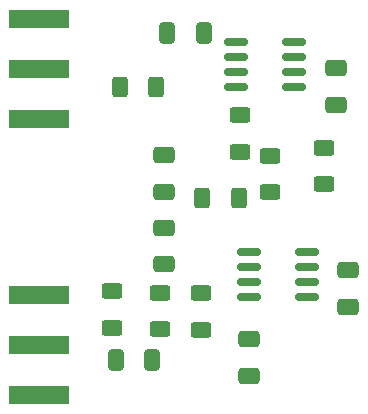
<source format=gtp>
%TF.GenerationSoftware,KiCad,Pcbnew,6.0.2-378541a8eb~116~ubuntu20.04.1*%
%TF.CreationDate,2022-03-10T11:15:54-06:00*%
%TF.ProjectId,lna_sma_10x,6c6e615f-736d-4615-9f31-30782e6b6963,1.0*%
%TF.SameCoordinates,Original*%
%TF.FileFunction,Paste,Top*%
%TF.FilePolarity,Positive*%
%FSLAX46Y46*%
G04 Gerber Fmt 4.6, Leading zero omitted, Abs format (unit mm)*
G04 Created by KiCad (PCBNEW 6.0.2-378541a8eb~116~ubuntu20.04.1) date 2022-03-10 11:15:54*
%MOMM*%
%LPD*%
G01*
G04 APERTURE LIST*
G04 Aperture macros list*
%AMRoundRect*
0 Rectangle with rounded corners*
0 $1 Rounding radius*
0 $2 $3 $4 $5 $6 $7 $8 $9 X,Y pos of 4 corners*
0 Add a 4 corners polygon primitive as box body*
4,1,4,$2,$3,$4,$5,$6,$7,$8,$9,$2,$3,0*
0 Add four circle primitives for the rounded corners*
1,1,$1+$1,$2,$3*
1,1,$1+$1,$4,$5*
1,1,$1+$1,$6,$7*
1,1,$1+$1,$8,$9*
0 Add four rect primitives between the rounded corners*
20,1,$1+$1,$2,$3,$4,$5,0*
20,1,$1+$1,$4,$5,$6,$7,0*
20,1,$1+$1,$6,$7,$8,$9,0*
20,1,$1+$1,$8,$9,$2,$3,0*%
G04 Aperture macros list end*
%ADD10RoundRect,0.150000X0.825000X0.150000X-0.825000X0.150000X-0.825000X-0.150000X0.825000X-0.150000X0*%
%ADD11RoundRect,0.150000X-0.825000X-0.150000X0.825000X-0.150000X0.825000X0.150000X-0.825000X0.150000X0*%
%ADD12RoundRect,0.250000X0.400000X0.625000X-0.400000X0.625000X-0.400000X-0.625000X0.400000X-0.625000X0*%
%ADD13RoundRect,0.250000X0.625000X-0.400000X0.625000X0.400000X-0.625000X0.400000X-0.625000X-0.400000X0*%
%ADD14RoundRect,0.250000X-0.400000X-0.625000X0.400000X-0.625000X0.400000X0.625000X-0.400000X0.625000X0*%
%ADD15R,5.080000X1.500000*%
%ADD16RoundRect,0.250000X0.650000X-0.412500X0.650000X0.412500X-0.650000X0.412500X-0.650000X-0.412500X0*%
%ADD17RoundRect,0.250000X-0.650000X0.412500X-0.650000X-0.412500X0.650000X-0.412500X0.650000X0.412500X0*%
%ADD18RoundRect,0.250000X0.412500X0.650000X-0.412500X0.650000X-0.412500X-0.650000X0.412500X-0.650000X0*%
%ADD19RoundRect,0.250000X-0.412500X-0.650000X0.412500X-0.650000X0.412500X0.650000X-0.412500X0.650000X0*%
G04 APERTURE END LIST*
D10*
%TO.C,U2*%
X124675000Y-59630000D03*
X124675000Y-58360000D03*
X124675000Y-57090000D03*
X124675000Y-55820000D03*
X119725000Y-55820000D03*
X119725000Y-57090000D03*
X119725000Y-58360000D03*
X119725000Y-59630000D03*
%TD*%
D11*
%TO.C,U1*%
X120825000Y-73620000D03*
X120825000Y-74890000D03*
X120825000Y-76160000D03*
X120825000Y-77430000D03*
X125775000Y-77430000D03*
X125775000Y-76160000D03*
X125775000Y-74890000D03*
X125775000Y-73620000D03*
%TD*%
D12*
%TO.C,R8*%
X112975000Y-59650000D03*
X109875000Y-59650000D03*
%TD*%
D13*
%TO.C,R7*%
X120100000Y-65100000D03*
X120100000Y-62000000D03*
%TD*%
%TO.C,R6*%
X127225000Y-67850000D03*
X127225000Y-64750000D03*
%TD*%
%TO.C,R5*%
X122600000Y-68525000D03*
X122600000Y-65425000D03*
%TD*%
D14*
%TO.C,R4*%
X116875000Y-69000000D03*
X119975000Y-69000000D03*
%TD*%
D13*
%TO.C,R3*%
X116775000Y-80175000D03*
X116775000Y-77075000D03*
%TD*%
%TO.C,R2*%
X113325000Y-80125000D03*
X113325000Y-77025000D03*
%TD*%
%TO.C,R1*%
X109200000Y-76925000D03*
X109200000Y-80025000D03*
%TD*%
D15*
%TO.C,J3*%
X103037500Y-58100000D03*
X103037500Y-53850000D03*
X103037500Y-62350000D03*
%TD*%
%TO.C,J1*%
X103037488Y-81474996D03*
X103037488Y-77224996D03*
X103037488Y-85724996D03*
%TD*%
D16*
%TO.C,C7*%
X129250000Y-75137500D03*
X129250000Y-78262500D03*
%TD*%
D17*
%TO.C,C6*%
X128225000Y-61162500D03*
X128225000Y-58037500D03*
%TD*%
%TO.C,C5*%
X113650000Y-71525000D03*
X113650000Y-74650000D03*
%TD*%
%TO.C,C4*%
X120850000Y-80987500D03*
X120850000Y-84112500D03*
%TD*%
D18*
%TO.C,C3*%
X117037500Y-55075000D03*
X113912500Y-55075000D03*
%TD*%
D19*
%TO.C,C2*%
X109537500Y-82700000D03*
X112662500Y-82700000D03*
%TD*%
D17*
%TO.C,C1*%
X113600000Y-68500000D03*
X113600000Y-65375000D03*
%TD*%
M02*

</source>
